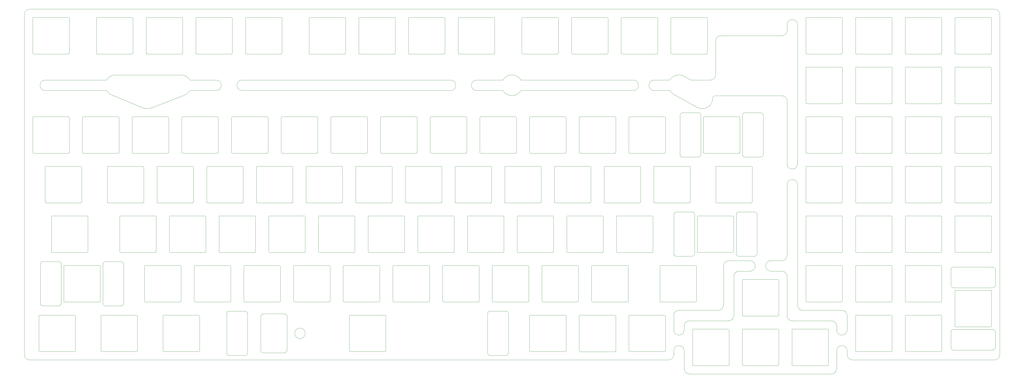
<source format=gbr>
G04 #@! TF.GenerationSoftware,KiCad,Pcbnew,(5.99.0-7511-ga134567838)*
G04 #@! TF.CreationDate,2021-01-29T23:33:35-08:00*
G04 #@! TF.ProjectId,GH80-1800_PlateV1.1,47483830-2d31-4383-9030-5f506c617465,rev?*
G04 #@! TF.SameCoordinates,Original*
G04 #@! TF.FileFunction,Profile,NP*
%FSLAX46Y46*%
G04 Gerber Fmt 4.6, Leading zero omitted, Abs format (unit mm)*
G04 Created by KiCad (PCBNEW (5.99.0-7511-ga134567838)) date 2021-01-29 23:33:35*
%MOMM*%
%LPD*%
G01*
G04 APERTURE LIST*
G04 #@! TA.AperFunction,Profile*
%ADD10C,0.000309*%
G04 #@! TD*
G04 APERTURE END LIST*
D10*
X351102994Y-73376215D02*
G75*
G02*
X350802995Y-73676214I-299999J0D01*
G01*
X337403472Y-73676215D02*
G75*
G02*
X337103472Y-73376215I0J300000D01*
G01*
X356452733Y-73675764D02*
X369852256Y-73675764D01*
X350802995Y-59676242D02*
X337403472Y-59676242D01*
X332053032Y-73376215D02*
G75*
G02*
X331753033Y-73676214I-299999J0D01*
G01*
X318053510Y-59976242D02*
X318053510Y-73376215D01*
X337103472Y-59976242D02*
X337103472Y-73376215D01*
X313003070Y-73376215D02*
G75*
G02*
X312703071Y-73676214I-299999J0D01*
G01*
X332053032Y-73376215D02*
X332053032Y-59976242D01*
X337103472Y-59976242D02*
G75*
G02*
X337403472Y-59676242I300000J0D01*
G01*
X299303548Y-73676214D02*
X312703071Y-73676214D01*
X350802995Y-59676243D02*
G75*
G02*
X351102994Y-59976242I0J-299999D01*
G01*
X312703071Y-59676243D02*
G75*
G02*
X313003070Y-59976242I0J-299999D01*
G01*
X312703071Y-59676242D02*
X299303548Y-59676242D01*
X369852256Y-59675792D02*
X356452733Y-59675792D01*
X370152255Y-73375765D02*
X370152255Y-59975791D01*
X313003070Y-73376215D02*
X313003070Y-59976242D01*
X356152733Y-59975791D02*
X356152733Y-73375765D01*
X351102994Y-73376215D02*
X351102994Y-59976242D01*
X318353510Y-73676214D02*
X331753033Y-73676214D01*
X299003548Y-59976242D02*
X299003548Y-73376215D01*
X356152734Y-59975791D02*
G75*
G02*
X356452733Y-59675792I299999J0D01*
G01*
X370152255Y-73375765D02*
G75*
G02*
X369852256Y-73675764I-299999J0D01*
G01*
X331753033Y-59676243D02*
G75*
G02*
X332053032Y-59976242I0J-299999D01*
G01*
X318353510Y-73676215D02*
G75*
G02*
X318053510Y-73376215I0J300000D01*
G01*
X337403472Y-73676214D02*
X350802995Y-73676214D01*
X331753033Y-59676242D02*
X318353510Y-59676242D01*
X369852256Y-59675792D02*
G75*
G02*
X370152255Y-59975791I0J-299999D01*
G01*
X356452733Y-73675765D02*
G75*
G02*
X356152733Y-73375765I0J300000D01*
G01*
X299303548Y-73676215D02*
G75*
G02*
X299003548Y-73376215I0J300000D01*
G01*
X299003548Y-59976242D02*
G75*
G02*
X299303548Y-59676242I300000J0D01*
G01*
X318053510Y-59976242D02*
G75*
G02*
X318353510Y-59676242I300000J0D01*
G01*
X299303548Y-54626252D02*
X312703071Y-54626252D01*
X313003070Y-54326253D02*
X313003070Y-40926280D01*
X318053510Y-40926280D02*
G75*
G02*
X318353510Y-40626280I300000J0D01*
G01*
X356154434Y-40926280D02*
X356154434Y-54326253D01*
X312703071Y-40626280D02*
X299303548Y-40626280D01*
X337403472Y-54626253D02*
G75*
G02*
X337103472Y-54326253I0J300000D01*
G01*
X299303548Y-54626253D02*
G75*
G02*
X299003548Y-54326253I0J300000D01*
G01*
X370153956Y-54326253D02*
G75*
G02*
X369853957Y-54626252I-299999J0D01*
G01*
X370153956Y-54326253D02*
X370153956Y-40926280D01*
X299003548Y-40926280D02*
G75*
G02*
X299303548Y-40626280I300000J0D01*
G01*
X337403472Y-54626252D02*
X350802995Y-54626252D01*
X356454434Y-54626253D02*
G75*
G02*
X356154434Y-54326253I0J300000D01*
G01*
X351102994Y-54326253D02*
X351102994Y-40926280D01*
X331753033Y-40626280D02*
X318353510Y-40626280D01*
X351102994Y-54326253D02*
G75*
G02*
X350802995Y-54626252I-299999J0D01*
G01*
X312703071Y-40626281D02*
G75*
G02*
X313003070Y-40926280I0J-299999D01*
G01*
X356154434Y-40926280D02*
G75*
G02*
X356454434Y-40626280I300000J0D01*
G01*
X318053510Y-40926280D02*
X318053510Y-54326253D01*
X331753033Y-40626281D02*
G75*
G02*
X332053032Y-40926280I0J-299999D01*
G01*
X356454434Y-54626252D02*
X369853957Y-54626252D01*
X313003070Y-54326253D02*
G75*
G02*
X312703071Y-54626252I-299999J0D01*
G01*
X337103472Y-40926280D02*
G75*
G02*
X337403472Y-40626280I300000J0D01*
G01*
X369853957Y-40626281D02*
G75*
G02*
X370153956Y-40926280I0J-299999D01*
G01*
X299003548Y-40926280D02*
X299003548Y-54326253D01*
X332053032Y-54326253D02*
X332053032Y-40926280D01*
X318353510Y-54626253D02*
G75*
G02*
X318053510Y-54326253I0J300000D01*
G01*
X332053032Y-54326253D02*
G75*
G02*
X331753033Y-54626252I-299999J0D01*
G01*
X369853957Y-40626280D02*
X356454434Y-40626280D01*
X350802995Y-40626280D02*
X337403472Y-40626280D01*
X350802995Y-40626281D02*
G75*
G02*
X351102994Y-40926280I0J-299999D01*
G01*
X318353510Y-54626252D02*
X331753033Y-54626252D01*
X337103472Y-40926280D02*
X337103472Y-54326253D01*
X369853957Y-2526556D02*
X356454434Y-2526556D01*
X356154434Y-2826556D02*
G75*
G02*
X356454434Y-2526556I300000J0D01*
G01*
X318053510Y-2826556D02*
X318053510Y-16226529D01*
X356454434Y-35576490D02*
X369853957Y-35576490D01*
X337403472Y-35576490D02*
X350802995Y-35576490D01*
X351102994Y-16226529D02*
X351102994Y-2826556D01*
X318353510Y-16526529D02*
G75*
G02*
X318053510Y-16226529I0J300000D01*
G01*
X332053032Y-16226529D02*
X332053032Y-2826556D01*
X350802995Y-2526556D02*
X337403472Y-2526556D01*
X331753033Y-2526556D02*
X318353510Y-2526556D01*
X313003070Y-16226529D02*
X313003070Y-2826556D01*
X299003548Y-21876518D02*
X299003548Y-35276491D01*
X351102994Y-16226529D02*
G75*
G02*
X350802995Y-16526528I-299999J0D01*
G01*
X312703071Y-2526556D02*
X299303548Y-2526556D01*
X356454434Y-16526529D02*
G75*
G02*
X356154434Y-16226529I0J300000D01*
G01*
X318053510Y-21876518D02*
G75*
G02*
X318353510Y-21576518I300000J0D01*
G01*
X312703071Y-2526557D02*
G75*
G02*
X313003070Y-2826556I0J-299999D01*
G01*
X331753033Y-2526557D02*
G75*
G02*
X332053032Y-2826556I0J-299999D01*
G01*
X337103472Y-21876518D02*
G75*
G02*
X337403472Y-21576518I300000J0D01*
G01*
X369853957Y-21576518D02*
X356454434Y-21576518D01*
X299303548Y-16526528D02*
X312703071Y-16526528D01*
X331753033Y-21576518D02*
X318353510Y-21576518D01*
X370153956Y-16226529D02*
G75*
G02*
X369853957Y-16526528I-299999J0D01*
G01*
X312703071Y-21576518D02*
X299303548Y-21576518D01*
X299303548Y-35576491D02*
G75*
G02*
X299003548Y-35276491I0J300000D01*
G01*
X332053032Y-16226529D02*
G75*
G02*
X331753033Y-16526528I-299999J0D01*
G01*
X337403472Y-35576491D02*
G75*
G02*
X337103472Y-35276491I0J300000D01*
G01*
X332053032Y-35276491D02*
G75*
G02*
X331753033Y-35576490I-299999J0D01*
G01*
X299003548Y-2826556D02*
X299003548Y-16226529D01*
X313003070Y-16226529D02*
G75*
G02*
X312703071Y-16526528I-299999J0D01*
G01*
X299003548Y-2826556D02*
G75*
G02*
X299303548Y-2526556I300000J0D01*
G01*
X337403472Y-16526529D02*
G75*
G02*
X337103472Y-16226529I0J300000D01*
G01*
X313003070Y-35276491D02*
X313003070Y-21876518D01*
X318353510Y-35576490D02*
X331753033Y-35576490D01*
X331753033Y-21576519D02*
G75*
G02*
X332053032Y-21876518I0J-299999D01*
G01*
X356454434Y-35576491D02*
G75*
G02*
X356154434Y-35276491I0J300000D01*
G01*
X313003070Y-35276491D02*
G75*
G02*
X312703071Y-35576490I-299999J0D01*
G01*
X337103472Y-21876518D02*
X337103472Y-35276491D01*
X332053032Y-35276491D02*
X332053032Y-21876518D01*
X351102994Y-35276491D02*
X351102994Y-21876518D01*
X356154434Y-21876518D02*
G75*
G02*
X356454434Y-21576518I300000J0D01*
G01*
X370153956Y-35276491D02*
X370153956Y-21876518D01*
X350802995Y-2526557D02*
G75*
G02*
X351102994Y-2826556I0J-299999D01*
G01*
X370153956Y-35276491D02*
G75*
G02*
X369853957Y-35576490I-299999J0D01*
G01*
X299303548Y-35576490D02*
X312703071Y-35576490D01*
X312703071Y-21576519D02*
G75*
G02*
X313003070Y-21876518I0J-299999D01*
G01*
X318053510Y-2826556D02*
G75*
G02*
X318353510Y-2526556I300000J0D01*
G01*
X337103472Y-2826556D02*
X337103472Y-16226529D01*
X369853957Y-21576519D02*
G75*
G02*
X370153956Y-21876518I0J-299999D01*
G01*
X350802995Y-21576518D02*
X337403472Y-21576518D01*
X370153956Y-16226529D02*
X370153956Y-2826556D01*
X318353510Y-35576491D02*
G75*
G02*
X318053510Y-35276491I0J300000D01*
G01*
X356454434Y-16526528D02*
X369853957Y-16526528D01*
X318353510Y-16526528D02*
X331753033Y-16526528D01*
X369853957Y-2526557D02*
G75*
G02*
X370153956Y-2826556I0J-299999D01*
G01*
X299003548Y-21876518D02*
G75*
G02*
X299303548Y-21576518I300000J0D01*
G01*
X299303548Y-16526529D02*
G75*
G02*
X299003548Y-16226529I0J300000D01*
G01*
X356154434Y-21876518D02*
X356154434Y-35276491D01*
X351102994Y-35276491D02*
G75*
G02*
X350802995Y-35576490I-299999J0D01*
G01*
X350802995Y-21576519D02*
G75*
G02*
X351102994Y-21876518I0J-299999D01*
G01*
X356154434Y-2826556D02*
X356154434Y-16226529D01*
X318053510Y-21876518D02*
X318053510Y-35276491D01*
X337403472Y-16526528D02*
X350802995Y-16526528D01*
X337103472Y-2826556D02*
G75*
G02*
X337403472Y-2526556I300000J0D01*
G01*
X370152956Y-92424727D02*
G75*
G02*
X369852957Y-92724726I-299999J0D01*
G01*
X351102994Y-92426177D02*
X351102994Y-79026203D01*
X356453434Y-92724726D02*
X369852957Y-92724726D01*
X313003070Y-92426177D02*
G75*
G02*
X312703071Y-92726176I-299999J0D01*
G01*
X356453434Y-92724727D02*
G75*
G02*
X356153434Y-92424727I0J300000D01*
G01*
X313003070Y-92426177D02*
X313003070Y-79026203D01*
X356153435Y-79024753D02*
G75*
G02*
X356453434Y-78724754I299999J0D01*
G01*
X299303548Y-92726177D02*
G75*
G02*
X299003548Y-92426177I0J300000D01*
G01*
X337403472Y-92726177D02*
G75*
G02*
X337103472Y-92426177I0J300000D01*
G01*
X299003549Y-79026203D02*
G75*
G02*
X299303548Y-78726204I299999J0D01*
G01*
X337403472Y-92726176D02*
X350802995Y-92726176D01*
X331753033Y-78726204D02*
X318353510Y-78726204D01*
X312703071Y-78726204D02*
X299303548Y-78726204D01*
X318053511Y-79026203D02*
G75*
G02*
X318353510Y-78726204I299999J0D01*
G01*
X369852957Y-78724754D02*
X356453434Y-78724754D01*
X332053032Y-92426177D02*
X332053032Y-79026203D01*
X299003548Y-79026203D02*
X299003548Y-92426177D01*
X318053510Y-79026203D02*
X318053510Y-92426177D01*
X370152956Y-92424727D02*
X370152956Y-79024753D01*
X318353510Y-92726177D02*
G75*
G02*
X318053510Y-92426177I0J300000D01*
G01*
X337103473Y-79026203D02*
G75*
G02*
X337403472Y-78726204I299999J0D01*
G01*
X350802995Y-78726204D02*
G75*
G02*
X351102994Y-79026203I0J-299999D01*
G01*
X369852957Y-78724754D02*
G75*
G02*
X370152956Y-79024753I0J-299999D01*
G01*
X312703071Y-78726204D02*
G75*
G02*
X313003070Y-79026203I0J-299999D01*
G01*
X337103472Y-79026203D02*
X337103472Y-92426177D01*
X299303548Y-92726176D02*
X312703071Y-92726176D01*
X356153434Y-79024753D02*
X356153434Y-92424727D01*
X350802995Y-78726204D02*
X337403472Y-78726204D01*
X332053032Y-92426177D02*
G75*
G02*
X331753033Y-92726176I-299999J0D01*
G01*
X331753033Y-78726204D02*
G75*
G02*
X332053032Y-79026203I0J-299999D01*
G01*
X351102994Y-92426177D02*
G75*
G02*
X350802995Y-92726176I-299999J0D01*
G01*
X318353510Y-92726176D02*
X331753033Y-92726176D01*
X154338888Y-97775366D02*
X140939365Y-97775366D01*
X9672477Y-79026203D02*
X9672477Y-92426176D01*
X254652637Y-73376215D02*
G75*
G02*
X254352638Y-73676214I-299999J0D01*
G01*
X274679689Y-40125931D02*
G75*
G02*
X275679687Y-39125933I999998J0D01*
G01*
X130826435Y-54326253D02*
X130826435Y-40926280D01*
X240063166Y-78726203D02*
G75*
G02*
X240363166Y-79026203I0J-300000D01*
G01*
X28134515Y-97774466D02*
X14734992Y-97774466D01*
X130526435Y-40626280D02*
X117126912Y-40626280D01*
X159991327Y-111775339D02*
G75*
G02*
X159691327Y-111475339I0J300000D01*
G01*
X247215652Y-2826556D02*
X247215652Y-16226529D01*
X160303376Y-2526557D02*
G75*
G02*
X160603375Y-2826556I0J-299999D01*
G01*
X112064722Y-79026203D02*
X112064722Y-92426177D01*
X230838485Y-111475339D02*
X230838485Y-98075365D01*
X78740739Y-2526556D02*
X65341216Y-2526556D01*
X202851491Y-73676215D02*
G75*
G02*
X202551491Y-73376215I0J300000D01*
G01*
X273402837Y-40626585D02*
G75*
G02*
X273702836Y-40926584I0J-299999D01*
G01*
X249351937Y-94224573D02*
X255351941Y-94224573D01*
X91003390Y-131325359D02*
G75*
G02*
X90003392Y-130325361I0J999998D01*
G01*
X16228314Y-2526556D02*
X2828791Y-2526556D01*
X173977949Y-40926280D02*
X173977949Y-54326253D01*
X188265420Y-79026203D02*
G75*
G02*
X188565419Y-78726204I299999J0D01*
G01*
X159103378Y-59676242D02*
X145703855Y-59676242D01*
X83898316Y-115326751D02*
G75*
G02*
X84898314Y-116326749I0J-999998D01*
G01*
X256734183Y-97775366D02*
X243334660Y-97775366D01*
X206726033Y-40626280D02*
X193326510Y-40626280D01*
X164165868Y-92426177D02*
G75*
G02*
X163865869Y-92726176I-299999J0D01*
G01*
X102541142Y-98075365D02*
G75*
G02*
X102841141Y-97775366I299999J0D01*
G01*
X231128134Y-40926280D02*
G75*
G02*
X231428134Y-40626280I300000J0D01*
G01*
X274679689Y-40125931D02*
X274676939Y-55124101D01*
X140051416Y-59676242D02*
X126651893Y-59676242D01*
X174277948Y-54626252D02*
X187677471Y-54626252D01*
X249351937Y-94224573D02*
G75*
G02*
X248351939Y-93224575I0J999998D01*
G01*
X235600675Y-73376215D02*
G75*
G02*
X235300676Y-73676214I-299999J0D01*
G01*
X140351415Y-73376215D02*
G75*
G02*
X140051416Y-73676214I-299999J0D01*
G01*
X37426939Y-112273537D02*
X37429689Y-97275367D01*
X164752967Y-73676214D02*
G75*
G02*
X164452968Y-73376215I0J299999D01*
G01*
X108503929Y-2826556D02*
G75*
G02*
X108803929Y-2526556I300000J0D01*
G01*
X275676937Y-56124099D02*
X281676941Y-56124099D01*
X223115250Y-16226529D02*
X223115250Y-2826556D01*
X84091178Y-2826556D02*
G75*
G02*
X84391178Y-2526556I300000J0D01*
G01*
X131414384Y-92726177D02*
G75*
G02*
X131114384Y-92426177I0J300000D01*
G01*
X28978313Y-130825360D02*
X42377836Y-130825360D01*
X135589225Y-111475339D02*
G75*
G02*
X135289226Y-111775338I-299999J0D01*
G01*
X183214980Y-92426177D02*
G75*
G02*
X182914981Y-92726176I-299999J0D01*
G01*
X121589703Y-98075365D02*
X121589703Y-111475339D01*
X207313982Y-79026203D02*
G75*
G02*
X207613981Y-78726204I299999J0D01*
G01*
X235300676Y-59676242D02*
X221901153Y-59676242D01*
X255354691Y-77226407D02*
X249354687Y-77226407D01*
X108503929Y-2826556D02*
X108503929Y-16226529D01*
X140639365Y-98075365D02*
X140639365Y-111475339D01*
X117126912Y-54626252D02*
G75*
G02*
X116826913Y-54326253I0J299999D01*
G01*
X245127656Y-130525361D02*
G75*
G02*
X244827657Y-130825360I-299999J0D01*
G01*
X226077835Y-130526531D02*
G75*
G02*
X225777836Y-130826530I-299999J0D01*
G01*
X83791179Y-111775338D02*
G75*
G02*
X83491180Y-111475339I0J299999D01*
G01*
X27241292Y-16526528D02*
G75*
G02*
X26941293Y-16226529I0J299999D01*
G01*
X68915759Y-92426177D02*
X68915759Y-79026203D01*
X198090400Y-111775338D02*
X211489924Y-111775338D01*
X209415728Y-16526528D02*
X222815251Y-16526528D01*
X112064723Y-79026203D02*
G75*
G02*
X112364722Y-78726204I299999J0D01*
G01*
X193328760Y-130825360D02*
G75*
G02*
X193028761Y-130525361I0J299999D01*
G01*
X140939365Y-111775339D02*
G75*
G02*
X140639365Y-111475339I0J300000D01*
G01*
X69203707Y-59976242D02*
G75*
G02*
X69503707Y-59676242I300000J0D01*
G01*
X193026510Y-40926280D02*
G75*
G02*
X193326510Y-40626280I300000J0D01*
G01*
X29429689Y-97275367D02*
G75*
G02*
X30429687Y-96275369I999998J0D01*
G01*
X206726033Y-40626281D02*
G75*
G02*
X207026032Y-40926280I0J-299999D01*
G01*
X216251014Y-59676242D02*
X202851491Y-59676242D01*
X125764245Y-78726204D02*
X112364722Y-78726204D01*
X273402837Y-40626584D02*
X260003314Y-40626584D01*
X92728211Y-54326253D02*
G75*
G02*
X92428212Y-54626252I-299999J0D01*
G01*
X226075694Y-54326253D02*
X226075694Y-40926280D01*
X187677471Y-40626280D02*
X174277948Y-40626280D01*
X102841141Y-111775338D02*
X116240664Y-111775338D01*
X40640815Y-2526556D02*
X27241292Y-2526556D01*
X65341216Y-16526529D02*
G75*
G02*
X65041216Y-16226529I0J300000D01*
G01*
X179653337Y-16226529D02*
G75*
G02*
X179353338Y-16526528I-299999J0D01*
G01*
X31103784Y-59976242D02*
X31103784Y-73376215D01*
X201964943Y-78726204D02*
G75*
G02*
X202264942Y-79026203I0J-299999D01*
G01*
X260915175Y-2526556D02*
X247515651Y-2526556D01*
X65041216Y-2826556D02*
G75*
G02*
X65341216Y-2526556I300000J0D01*
G01*
X87665721Y-78726204D02*
X74266198Y-78726204D01*
X264464067Y-59976242D02*
G75*
G02*
X264764067Y-59676242I300000J0D01*
G01*
X257729691Y-39125933D02*
G75*
G02*
X258729689Y-40125931I0J-999998D01*
G01*
X23671999Y-92426176D02*
G75*
G02*
X23372000Y-92726175I-299999J0D01*
G01*
X121889703Y-111775339D02*
G75*
G02*
X121589703Y-111475339I0J300000D01*
G01*
X124228552Y-130824671D02*
G75*
G02*
X123928552Y-130524671I0J300000D01*
G01*
X83491180Y-98075365D02*
G75*
G02*
X83791179Y-97775366I299999J0D01*
G01*
X122503451Y-16226529D02*
X122503451Y-2826556D01*
X244827657Y-40626281D02*
G75*
G02*
X245127656Y-40926280I0J-299999D01*
G01*
X92428212Y-40626281D02*
G75*
G02*
X92728211Y-40926280I0J-299999D01*
G01*
X273301937Y-94225640D02*
X279301941Y-94225640D01*
X197202452Y-59676242D02*
X183802929Y-59676242D01*
X165953815Y-16526528D02*
X179353338Y-16526528D01*
X40628765Y-40926280D02*
G75*
G02*
X40928765Y-40626280I300000J0D01*
G01*
X29429689Y-97275367D02*
X29426939Y-112273537D01*
X228165690Y-2826556D02*
X228165690Y-16226529D01*
X212376172Y-54626253D02*
G75*
G02*
X212076172Y-54326253I0J300000D01*
G01*
X122203452Y-2526556D02*
X108803929Y-2526556D01*
X178740439Y-98075365D02*
X178740439Y-111475339D01*
X126064244Y-92426177D02*
X126064244Y-79026203D01*
X230538485Y-97775366D02*
X217138962Y-97775366D01*
X106715683Y-78726204D02*
X93316160Y-78726204D01*
X131114385Y-79026203D02*
G75*
G02*
X131414384Y-78726204I299999J0D01*
G01*
X4878314Y-117125387D02*
G75*
G02*
X5178313Y-116825388I299999J0D01*
G01*
X92428212Y-40626280D02*
X79028688Y-40626280D01*
X260003314Y-54626557D02*
G75*
G02*
X259703314Y-54326557I0J300000D01*
G01*
X20990815Y-59676242D02*
X7591291Y-59676242D01*
X212376172Y-54626252D02*
X225775695Y-54626252D01*
X150166347Y-79026203D02*
G75*
G02*
X150466346Y-78726204I299999J0D01*
G01*
X177955562Y-132319723D02*
X183955566Y-132319723D01*
X79028688Y-54626252D02*
X92428212Y-54626252D01*
X116826913Y-40926280D02*
X116826913Y-54326253D01*
X259703314Y-40926584D02*
X259703314Y-54326557D01*
X154638887Y-111475339D02*
G75*
G02*
X154338888Y-111775338I-299999J0D01*
G01*
X183802929Y-73676214D02*
X197202452Y-73676214D01*
X88553669Y-73676214D02*
G75*
G02*
X88253670Y-73376215I0J299999D01*
G01*
X44803307Y-59676243D02*
G75*
G02*
X45103306Y-59976242I0J-299999D01*
G01*
X84391178Y-16526528D02*
X97790701Y-16526528D01*
X193028761Y-117125387D02*
G75*
G02*
X193328760Y-116825388I299999J0D01*
G01*
X64741217Y-111775338D02*
G75*
G02*
X64441218Y-111475339I0J299999D01*
G01*
X149878397Y-54326253D02*
X149878397Y-40926280D01*
X28434515Y-111474439D02*
X28434515Y-98074465D01*
X155227986Y-54626252D02*
X168627509Y-54626252D01*
X183214980Y-92426177D02*
X183214980Y-79026203D01*
X88553669Y-73676214D02*
X101953193Y-73676214D01*
X54628287Y-54326253D02*
G75*
G02*
X54328288Y-54626252I-299999J0D01*
G01*
X52798313Y-130821543D02*
X66197836Y-130821543D01*
X168927508Y-54326253D02*
G75*
G02*
X168627509Y-54626252I-299999J0D01*
G01*
X50153746Y-59976242D02*
X50153746Y-73376215D01*
X271321753Y-92425477D02*
G75*
G02*
X271021754Y-92725476I-299999J0D01*
G01*
X207028283Y-130525361D02*
X207028283Y-117125387D01*
X78140740Y-97775366D02*
X64741217Y-97775366D01*
X130526435Y-40626280D02*
G75*
G02*
X130826435Y-40926280I0J-300000D01*
G01*
X149578397Y-40626280D02*
G75*
G02*
X149878397Y-40926280I0J-300000D01*
G01*
X197790401Y-98075365D02*
G75*
G02*
X198090400Y-97775366I299999J0D01*
G01*
X84895564Y-131324919D02*
G75*
G02*
X83895566Y-132324917I-999998J0D01*
G01*
X278163590Y-59676242D02*
G75*
G02*
X278463590Y-59976242I0J-300000D01*
G01*
X204065288Y-16226529D02*
X204065288Y-2826556D01*
X264764067Y-73676214D02*
X278163590Y-73676214D01*
X50453746Y-73676215D02*
G75*
G02*
X50153746Y-73376215I0J300000D01*
G01*
X98090700Y-16226529D02*
X98090700Y-2826556D01*
X221601153Y-59976242D02*
X221601153Y-73376215D01*
X192439962Y-97775366D02*
G75*
G02*
X192739961Y-98075365I0J-299999D01*
G01*
X168627509Y-40626280D02*
X155227986Y-40626280D01*
X98090700Y-16226529D02*
G75*
G02*
X97790701Y-16526528I-299999J0D01*
G01*
X228465690Y-16526529D02*
G75*
G02*
X228165690Y-16226529I0J300000D01*
G01*
X54328288Y-40626281D02*
G75*
G02*
X54628287Y-40926280I0J-299999D01*
G01*
X102253192Y-73376215D02*
G75*
G02*
X101953193Y-73676214I-299999J0D01*
G01*
X193326510Y-54626252D02*
X206726033Y-54626252D01*
X100003372Y-117325387D02*
X100003372Y-130325361D01*
X145403855Y-59976242D02*
G75*
G02*
X145703855Y-59676242I300000J0D01*
G01*
X107015682Y-92426177D02*
G75*
G02*
X106715683Y-92726176I-299999J0D01*
G01*
X74266198Y-92726176D02*
X87665721Y-92726176D01*
X108803929Y-16526529D02*
G75*
G02*
X108503929Y-16226529I0J300000D01*
G01*
X163865869Y-78726204D02*
G75*
G02*
X164165868Y-79026203I0J-299999D01*
G01*
X49565797Y-78726204D02*
X36166274Y-78726204D01*
X141253414Y-2526556D02*
X127853891Y-2526556D01*
X64153268Y-73376215D02*
G75*
G02*
X63853269Y-73676214I-299999J0D01*
G01*
X211489924Y-97775366D02*
G75*
G02*
X211789923Y-98075365I0J-299999D01*
G01*
X165953815Y-16526529D02*
G75*
G02*
X165653815Y-16226529I0J300000D01*
G01*
X45991255Y-2826556D02*
X45991255Y-16226529D01*
X168627509Y-40626280D02*
G75*
G02*
X168927509Y-40926280I0J-300000D01*
G01*
X83898316Y-115326751D02*
X77898312Y-115326751D01*
X52498314Y-117121570D02*
G75*
G02*
X52798313Y-116821571I299999J0D01*
G01*
X222815251Y-2526557D02*
G75*
G02*
X223115250Y-2826556I0J-299999D01*
G01*
X97190702Y-97775365D02*
G75*
G02*
X97490702Y-98075365I0J-300000D01*
G01*
X64441218Y-98075365D02*
X64441218Y-111475339D01*
X174277948Y-54626252D02*
G75*
G02*
X173977949Y-54326253I0J299999D01*
G01*
X257622231Y-92725476D02*
X271021754Y-92725476D01*
X136178874Y-54626252D02*
G75*
G02*
X135878875Y-54326253I0J299999D01*
G01*
X221901153Y-73676214D02*
X235300676Y-73676214D01*
X82903231Y-59676243D02*
G75*
G02*
X83203230Y-59976242I0J-299999D01*
G01*
X179353338Y-2526556D02*
X165953815Y-2526556D01*
X204065288Y-16226529D02*
G75*
G02*
X203765289Y-16526528I-299999J0D01*
G01*
X144813907Y-78726204D02*
G75*
G02*
X145113906Y-79026203I0J-299999D01*
G01*
X173390850Y-97775366D02*
X159991327Y-97775366D01*
X137928074Y-130524671D02*
X137928074Y-117124697D01*
X160603375Y-16226529D02*
G75*
G02*
X160303376Y-16526528I-299999J0D01*
G01*
X45691255Y-111775338D02*
G75*
G02*
X45391256Y-111475339I0J299999D01*
G01*
X5454689Y-97275367D02*
G75*
G02*
X6454687Y-96275369I999998J0D01*
G01*
X54328288Y-40626280D02*
X40928765Y-40626280D01*
X207613981Y-92726176D02*
G75*
G02*
X207313982Y-92426177I0J299999D01*
G01*
X49865797Y-92426177D02*
X49865797Y-79026203D01*
X240953115Y-73676214D02*
X254352638Y-73676214D01*
X179040438Y-111775338D02*
G75*
G02*
X178740439Y-111475339I0J299999D01*
G01*
X245127656Y-54326253D02*
X245127656Y-40926280D01*
X193026510Y-40926280D02*
X193026510Y-54326253D01*
X247215651Y-2826556D02*
G75*
G02*
X247515651Y-2526556I300000J0D01*
G01*
X240953115Y-73676215D02*
G75*
G02*
X240653115Y-73376215I0J300000D01*
G01*
X273702836Y-54326557D02*
X273702836Y-40926584D01*
X42377836Y-116825387D02*
G75*
G02*
X42677836Y-117125387I0J-300000D01*
G01*
X4878314Y-117125387D02*
X4878314Y-130525361D01*
X66197836Y-116821570D02*
G75*
G02*
X66497836Y-117121570I0J-300000D01*
G01*
X6451937Y-113273535D02*
X12451941Y-113273535D01*
X130826434Y-54326253D02*
G75*
G02*
X130526435Y-54626252I-299999J0D01*
G01*
X69503707Y-73676214D02*
G75*
G02*
X69203708Y-73376215I0J299999D01*
G01*
X187977471Y-54326253D02*
X187977471Y-40926280D01*
X250729689Y-40125931D02*
G75*
G02*
X251729687Y-39125933I999998J0D01*
G01*
X159691327Y-98075365D02*
X159691327Y-111475339D01*
X42377836Y-116825388D02*
X28978313Y-116825388D01*
X35278326Y-40626280D02*
X21878803Y-40626280D01*
X247515651Y-16526528D02*
G75*
G02*
X247215652Y-16226529I0J299999D01*
G01*
X243034660Y-98075365D02*
X243034660Y-111475339D01*
X260915175Y-2526557D02*
G75*
G02*
X261215174Y-2826556I0J-299999D01*
G01*
X255354691Y-77226407D02*
G75*
G02*
X256354689Y-78226405I0J-999998D01*
G01*
X106715683Y-78726204D02*
G75*
G02*
X107015682Y-79026203I0J-299999D01*
G01*
X216251014Y-59676243D02*
G75*
G02*
X216551013Y-59976242I0J-299999D01*
G01*
X216838963Y-98075365D02*
X216838963Y-111475339D01*
X231428134Y-54626253D02*
G75*
G02*
X231128134Y-54326253I0J300000D01*
G01*
X54628287Y-54326253D02*
X54628287Y-40926280D01*
X243334660Y-111775339D02*
G75*
G02*
X243034660Y-111475339I0J300000D01*
G01*
X183802929Y-73676214D02*
G75*
G02*
X183502930Y-73376215I0J299999D01*
G01*
X121001755Y-59676242D02*
X107602231Y-59676242D01*
X2528791Y-2826556D02*
X2528791Y-16226529D01*
X23372000Y-78726204D02*
G75*
G02*
X23671999Y-79026203I0J-299999D01*
G01*
X140939365Y-111775338D02*
X154338888Y-111775338D01*
X137628075Y-116824698D02*
X124228552Y-116824698D01*
X93316160Y-92726177D02*
G75*
G02*
X93016160Y-92426177I0J300000D01*
G01*
X197502452Y-73376215D02*
X197502452Y-59976242D01*
X98077250Y-54626252D02*
G75*
G02*
X97777251Y-54326253I0J299999D01*
G01*
X5454689Y-97275367D02*
X5451939Y-112273537D01*
X212378313Y-130826530D02*
G75*
G02*
X212078314Y-130526531I0J299999D01*
G01*
X78728689Y-40926280D02*
X78728689Y-54326253D01*
X149878396Y-54326253D02*
G75*
G02*
X149578397Y-54626252I-299999J0D01*
G01*
X242165212Y-16226529D02*
G75*
G02*
X241865213Y-16526528I-299999J0D01*
G01*
X256351939Y-93224575D02*
G75*
G02*
X255351941Y-94224573I-999998J0D01*
G01*
X165653815Y-2826556D02*
G75*
G02*
X165953815Y-2526556I300000J0D01*
G01*
X125764245Y-78726204D02*
G75*
G02*
X126064244Y-79026203I0J-299999D01*
G01*
X173690849Y-111475339D02*
G75*
G02*
X173390850Y-111775338I-299999J0D01*
G01*
X179040438Y-111775338D02*
X192439962Y-111775338D01*
X28978313Y-130825360D02*
G75*
G02*
X28678314Y-130525361I0J299999D01*
G01*
X250729689Y-40125931D02*
X250726939Y-55124101D01*
X160603375Y-16226529D02*
X160603375Y-2826556D01*
X12454691Y-96275369D02*
G75*
G02*
X13454689Y-97275367I0J-999998D01*
G01*
X203765289Y-2526556D02*
X190365766Y-2526556D01*
X121889703Y-111775338D02*
X135289226Y-111775338D01*
X44803307Y-59676242D02*
X31403784Y-59676242D01*
X226363644Y-79026203D02*
G75*
G02*
X226663643Y-78726204I299999J0D01*
G01*
X202551491Y-59976242D02*
X202551491Y-73376215D01*
X88253669Y-59976242D02*
G75*
G02*
X88553669Y-59676242I300000J0D01*
G01*
X145403856Y-59976242D02*
X145403856Y-73376215D01*
X190365766Y-16526528D02*
X203765289Y-16526528D01*
X203765289Y-2526557D02*
G75*
G02*
X204065288Y-2826556I0J-299999D01*
G01*
X182914981Y-78726204D02*
G75*
G02*
X183214980Y-79026203I0J-299999D01*
G01*
X40640815Y-2526556D02*
G75*
G02*
X40940815Y-2826556I0J-300000D01*
G01*
X241865213Y-2526557D02*
G75*
G02*
X242165212Y-2826556I0J-299999D01*
G01*
X16228314Y-2526557D02*
G75*
G02*
X16528313Y-2826556I0J-299999D01*
G01*
X36429691Y-96275369D02*
X30429687Y-96275369D01*
X193028761Y-117125387D02*
X193028761Y-130525361D01*
X164452967Y-59976242D02*
G75*
G02*
X164752967Y-59676242I300000J0D01*
G01*
X257322232Y-79025503D02*
G75*
G02*
X257622231Y-78725504I299999J0D01*
G01*
X13451939Y-112273537D02*
X13454689Y-97275367D01*
X173977948Y-40926280D02*
G75*
G02*
X174277948Y-40626280I300000J0D01*
G01*
X202551491Y-59976242D02*
G75*
G02*
X202851491Y-59676242I300000J0D01*
G01*
X201964943Y-78726204D02*
X188565419Y-78726204D01*
X209115728Y-2826556D02*
G75*
G02*
X209415728Y-2526556I300000J0D01*
G01*
X137628075Y-116824698D02*
G75*
G02*
X137928074Y-117124697I0J-299999D01*
G01*
X107015682Y-92426177D02*
X107015682Y-79026203D01*
X235600675Y-73376215D02*
X235600675Y-59976242D01*
X79028688Y-54626252D02*
G75*
G02*
X78728689Y-54326253I0J299999D01*
G01*
X49565797Y-78726203D02*
G75*
G02*
X49865797Y-79026203I0J-300000D01*
G01*
X59990777Y-16226529D02*
X59990777Y-2826556D01*
X216838963Y-98075365D02*
G75*
G02*
X217138962Y-97775366I299999J0D01*
G01*
X184955564Y-131319725D02*
X184958314Y-116321555D01*
X100003372Y-130325361D02*
G75*
G02*
X99003374Y-131325359I-999998J0D01*
G01*
X202851491Y-73676214D02*
X216251014Y-73676214D01*
X107302231Y-59976242D02*
G75*
G02*
X107602231Y-59676242I300000J0D01*
G01*
X82903231Y-59676242D02*
X69503707Y-59676242D01*
X97777250Y-40926280D02*
G75*
G02*
X98077250Y-40626280I300000J0D01*
G01*
X190065766Y-2826556D02*
G75*
G02*
X190365766Y-2526556I300000J0D01*
G01*
X207313982Y-79026203D02*
X207313982Y-92426177D01*
X197790401Y-98075365D02*
X197790401Y-111475339D01*
X169215458Y-79026203D02*
X169215458Y-92426177D01*
X257729691Y-39125933D02*
X251729687Y-39125933D01*
X45391256Y-98075365D02*
X45391256Y-111475339D01*
X159403378Y-73376215D02*
X159403378Y-59976242D01*
X146603853Y-2826556D02*
X146603853Y-16226529D01*
X230538485Y-97775365D02*
G75*
G02*
X230838485Y-98075365I0J-300000D01*
G01*
X244827657Y-40626280D02*
X231428134Y-40626280D01*
X73378250Y-40626281D02*
G75*
G02*
X73678249Y-40926280I0J-299999D01*
G01*
X111776773Y-54326253D02*
X111776773Y-40926280D01*
X184955564Y-131319725D02*
G75*
G02*
X183955566Y-132319723I-999998J0D01*
G01*
X77895562Y-132324917D02*
X83895566Y-132324917D01*
X240363165Y-92426177D02*
G75*
G02*
X240063166Y-92726176I-299999J0D01*
G01*
X126651893Y-73676214D02*
G75*
G02*
X126351894Y-73376215I0J299999D01*
G01*
X248354689Y-78226405D02*
G75*
G02*
X249354687Y-77226407I999998J0D01*
G01*
X111476774Y-40626281D02*
G75*
G02*
X111776773Y-40926280I0J-299999D01*
G01*
X42677836Y-130525361D02*
X42677836Y-117125387D01*
X273702836Y-54326557D02*
G75*
G02*
X273402837Y-54626556I-299999J0D01*
G01*
X83203230Y-73376215D02*
X83203230Y-59976242D01*
X275676937Y-56124099D02*
G75*
G02*
X274676939Y-55124101I0J999998D01*
G01*
X7591291Y-73676214D02*
G75*
G02*
X7291292Y-73376215I0J299999D01*
G01*
X173690849Y-111475339D02*
X173690849Y-98075365D01*
X190365766Y-16526529D02*
G75*
G02*
X190065766Y-16226529I0J300000D01*
G01*
X197502451Y-73376215D02*
G75*
G02*
X197202452Y-73676214I-299999J0D01*
G01*
X211789923Y-111475339D02*
G75*
G02*
X211489924Y-111775338I-299999J0D01*
G01*
X145113906Y-92426177D02*
G75*
G02*
X144813907Y-92726176I-299999J0D01*
G01*
X183502930Y-59976242D02*
X183502930Y-73376215D01*
X140639366Y-98075365D02*
G75*
G02*
X140939365Y-97775366I299999J0D01*
G01*
X97490701Y-111475339D02*
G75*
G02*
X97190702Y-111775338I-299999J0D01*
G01*
X141553413Y-16226529D02*
G75*
G02*
X141253414Y-16526528I-299999J0D01*
G01*
X116540663Y-111475339D02*
G75*
G02*
X116240664Y-111775338I-299999J0D01*
G01*
X76898314Y-116326749D02*
X76895564Y-131324919D01*
X216551013Y-73376215D02*
X216551013Y-59976242D01*
X7291291Y-59976242D02*
G75*
G02*
X7591291Y-59676242I300000J0D01*
G01*
X154927986Y-40926280D02*
G75*
G02*
X155227986Y-40626280I300000J0D01*
G01*
X2828791Y-54626252D02*
X16228314Y-54626252D01*
X243334660Y-111775338D02*
X256734183Y-111775338D01*
X150466346Y-92726176D02*
X163865869Y-92726176D01*
X231428133Y-130825360D02*
X244827657Y-130825360D01*
X212378313Y-130826530D02*
X225777836Y-130826530D01*
X245127656Y-130525361D02*
X245127656Y-117125387D01*
X178740439Y-98075365D02*
G75*
G02*
X179040438Y-97775366I299999J0D01*
G01*
X176958314Y-116321555D02*
G75*
G02*
X177958312Y-115321557I999998J0D01*
G01*
X26941292Y-2826556D02*
G75*
G02*
X27241292Y-2526556I300000J0D01*
G01*
X211789923Y-111475339D02*
X211789923Y-98075365D01*
X12454691Y-96275369D02*
X6454687Y-96275369D01*
X225775695Y-40626280D02*
X212376172Y-40626280D01*
X259703314Y-40926584D02*
G75*
G02*
X260003314Y-40626584I300000J0D01*
G01*
X221313503Y-92426177D02*
G75*
G02*
X221013504Y-92726176I-299999J0D01*
G01*
X183958316Y-115321557D02*
G75*
G02*
X184958314Y-116321555I0J-999998D01*
G01*
X197202452Y-59676242D02*
G75*
G02*
X197502452Y-59976242I0J-300000D01*
G01*
X9972476Y-92726175D02*
X23372000Y-92726175D01*
X54916237Y-79026203D02*
G75*
G02*
X55216236Y-78726204I299999J0D01*
G01*
X145703855Y-73676214D02*
X159103378Y-73676214D01*
X108803929Y-16526528D02*
X122203452Y-16526528D01*
X257322232Y-79025503D02*
X257322232Y-92425477D01*
X45103306Y-73376215D02*
G75*
G02*
X44803307Y-73676214I-299999J0D01*
G01*
X59690777Y-2526556D02*
G75*
G02*
X59990777Y-2826556I0J-300000D01*
G01*
X26941293Y-2826556D02*
X26941293Y-16226529D01*
X271021754Y-78725504D02*
X257622231Y-78725504D01*
X141553413Y-16226529D02*
X141553413Y-2826556D01*
X127853891Y-16526529D02*
G75*
G02*
X127553891Y-16226529I0J300000D01*
G01*
X231128134Y-117125387D02*
G75*
G02*
X231428133Y-116825388I299999J0D01*
G01*
X169515457Y-92726176D02*
G75*
G02*
X169215458Y-92426177I0J299999D01*
G01*
X272304689Y-78227472D02*
G75*
G02*
X273304687Y-77227474I999998J0D01*
G01*
X111776773Y-54326253D02*
G75*
G02*
X111476774Y-54626252I-299999J0D01*
G01*
X59690777Y-2526556D02*
X46291254Y-2526556D01*
X18577836Y-116825388D02*
X5178313Y-116825388D01*
X116826912Y-40926280D02*
G75*
G02*
X117126912Y-40626280I300000J0D01*
G01*
X107602231Y-73676214D02*
X121001755Y-73676214D01*
X59978727Y-54626252D02*
X73378250Y-54626252D01*
X35578325Y-54326253D02*
X35578325Y-40926280D01*
X240653115Y-59976242D02*
X240653115Y-73376215D01*
X16528313Y-16226529D02*
G75*
G02*
X16228314Y-16526528I-299999J0D01*
G01*
X93316160Y-92726176D02*
X106715683Y-92726176D01*
X14434993Y-98074465D02*
X14434993Y-111474439D01*
X116240664Y-97775366D02*
G75*
G02*
X116540663Y-98075365I0J-299999D01*
G01*
X131414384Y-92726176D02*
X144813907Y-92726176D01*
X30426937Y-113273535D02*
G75*
G02*
X29426939Y-112273537I0J999998D01*
G01*
X256734183Y-97775366D02*
G75*
G02*
X257034182Y-98075365I0J-299999D01*
G01*
X254652637Y-73376215D02*
X254652637Y-59976242D01*
X261215174Y-16226529D02*
X261215174Y-2826556D01*
X59678727Y-40926280D02*
G75*
G02*
X59978727Y-40626280I300000J0D01*
G01*
X73966199Y-79026203D02*
G75*
G02*
X74266198Y-78726204I299999J0D01*
G01*
X226075694Y-54326253D02*
G75*
G02*
X225775695Y-54626252I-299999J0D01*
G01*
X247515651Y-16526528D02*
X260915175Y-16526528D01*
X21578803Y-40926280D02*
G75*
G02*
X21878803Y-40626280I300000J0D01*
G01*
X163865869Y-78726204D02*
X150466346Y-78726204D01*
X78140740Y-97775365D02*
G75*
G02*
X78440740Y-98075365I0J-300000D01*
G01*
X63853269Y-59676243D02*
G75*
G02*
X64153268Y-59976242I0J-299999D01*
G01*
X64441218Y-98075365D02*
G75*
G02*
X64741217Y-97775366I299999J0D01*
G01*
X154338888Y-97775366D02*
G75*
G02*
X154638887Y-98075365I0J-299999D01*
G01*
X221013504Y-78726204D02*
X207613981Y-78726204D01*
X131114384Y-79026203D02*
X131114384Y-92426177D01*
X264764067Y-73676214D02*
G75*
G02*
X264464068Y-73376215I0J299999D01*
G01*
X91003390Y-116325389D02*
X99003374Y-116325389D01*
X221313504Y-92426177D02*
X221313504Y-79026203D01*
X28134515Y-97774465D02*
G75*
G02*
X28434515Y-98074465I0J-300000D01*
G01*
X251726937Y-56124099D02*
X257726941Y-56124099D01*
X271321754Y-92425477D02*
X271321754Y-79025503D01*
X127853891Y-16526528D02*
X141253414Y-16526528D01*
X245127656Y-54326253D02*
G75*
G02*
X244827657Y-54626252I-299999J0D01*
G01*
X21578803Y-40926280D02*
X21578803Y-54326253D01*
X144813907Y-78726204D02*
X131414384Y-78726204D01*
X240063166Y-78726204D02*
X226663643Y-78726204D01*
X240363166Y-92426177D02*
X240363166Y-79026203D01*
X212078314Y-117126557D02*
X212078314Y-130526531D01*
X36429691Y-96275369D02*
G75*
G02*
X37429689Y-97275367I0J-999998D01*
G01*
X55216236Y-92726176D02*
X68615759Y-92726176D01*
X206728283Y-116825387D02*
G75*
G02*
X207028283Y-117125387I0J-300000D01*
G01*
X164452968Y-59976242D02*
X164452968Y-73376215D01*
X216551013Y-73376215D02*
G75*
G02*
X216251014Y-73676214I-299999J0D01*
G01*
X107602231Y-73676214D02*
G75*
G02*
X107302232Y-73376215I0J299999D01*
G01*
X116240664Y-97775366D02*
X102841141Y-97775366D01*
X207026032Y-54326253D02*
G75*
G02*
X206726033Y-54626252I-299999J0D01*
G01*
X225777836Y-116826557D02*
G75*
G02*
X226077836Y-117126557I0J-300000D01*
G01*
X88253670Y-59976242D02*
X88253670Y-73376215D01*
X45103306Y-73376215D02*
X45103306Y-59976242D01*
X122203452Y-2526557D02*
G75*
G02*
X122503451Y-2826556I0J-299999D01*
G01*
X6451937Y-113273535D02*
G75*
G02*
X5451939Y-112273537I0J999998D01*
G01*
X79040738Y-16226529D02*
X79040738Y-2826556D01*
X257622231Y-92725476D02*
G75*
G02*
X257322232Y-92425477I0J299999D01*
G01*
X87665721Y-78726203D02*
G75*
G02*
X87965721Y-79026203I0J-300000D01*
G01*
X126351893Y-59976242D02*
G75*
G02*
X126651893Y-59676242I300000J0D01*
G01*
X7291292Y-59976242D02*
X7291292Y-73376215D01*
X150166346Y-79026203D02*
X150166346Y-92426177D01*
X257034182Y-111475339D02*
X257034182Y-98075365D01*
X244827657Y-116825388D02*
X231428133Y-116825388D01*
X28434514Y-111474439D02*
G75*
G02*
X28134515Y-111774438I-299999J0D01*
G01*
X46291254Y-16526528D02*
G75*
G02*
X45991255Y-16226529I0J299999D01*
G01*
X13451939Y-112273537D02*
G75*
G02*
X12451941Y-113273535I-999998J0D01*
G01*
X68615759Y-78726204D02*
X55216236Y-78726204D01*
X64741217Y-111775338D02*
X78140740Y-111775338D01*
X278463589Y-73376215D02*
G75*
G02*
X278163590Y-73676214I-299999J0D01*
G01*
X257034182Y-111475339D02*
G75*
G02*
X256734183Y-111775338I-299999J0D01*
G01*
X145703855Y-73676214D02*
G75*
G02*
X145403856Y-73376215I0J299999D01*
G01*
X84391178Y-16526529D02*
G75*
G02*
X84091178Y-16226529I0J300000D01*
G01*
X160303376Y-2526556D02*
X146903853Y-2526556D01*
X231428133Y-130825360D02*
G75*
G02*
X231128134Y-130525361I0J299999D01*
G01*
X93016161Y-79026203D02*
G75*
G02*
X93316160Y-78726204I299999J0D01*
G01*
X16528313Y-54326253D02*
G75*
G02*
X16228314Y-54626252I-299999J0D01*
G01*
X87965720Y-92426177D02*
G75*
G02*
X87665721Y-92726176I-299999J0D01*
G01*
X177955562Y-132319723D02*
G75*
G02*
X176955564Y-131319725I0J999998D01*
G01*
X102841141Y-111775339D02*
G75*
G02*
X102541141Y-111475339I0J300000D01*
G01*
X16228314Y-40626281D02*
G75*
G02*
X16528313Y-40926280I0J-299999D01*
G01*
X135589225Y-111475339D02*
X135589225Y-98075365D01*
X178452489Y-73376215D02*
G75*
G02*
X178152490Y-73676214I-299999J0D01*
G01*
X202264942Y-92426177D02*
G75*
G02*
X201964943Y-92726176I-299999J0D01*
G01*
X123928552Y-117124697D02*
X123928552Y-130524671D01*
X2828791Y-16526529D02*
G75*
G02*
X2528791Y-16226529I0J300000D01*
G01*
X84091178Y-2826556D02*
X84091178Y-16226529D01*
X187977470Y-54326253D02*
G75*
G02*
X187677471Y-54626252I-299999J0D01*
G01*
X241865213Y-2526556D02*
X228465690Y-2526556D01*
X97190702Y-97775366D02*
X83791179Y-97775366D01*
X248354689Y-78226405D02*
X248351939Y-93224575D01*
X126351894Y-59976242D02*
X126351894Y-73376215D01*
X135878875Y-40926280D02*
X135878875Y-54326253D01*
X225777836Y-116826558D02*
X212378313Y-116826558D01*
X209415728Y-16526529D02*
G75*
G02*
X209115728Y-16226529I0J300000D01*
G01*
X59090778Y-97775365D02*
G75*
G02*
X59390778Y-98075365I0J-300000D01*
G01*
X73678249Y-54326253D02*
X73678249Y-40926280D01*
X20990815Y-59676243D02*
G75*
G02*
X21290814Y-59976242I0J-299999D01*
G01*
X135878874Y-40926280D02*
G75*
G02*
X136178874Y-40626280I300000J0D01*
G01*
X99003374Y-116325389D02*
G75*
G02*
X100003372Y-117325387I0J-999998D01*
G01*
X35866275Y-79026203D02*
G75*
G02*
X36166274Y-78726204I299999J0D01*
G01*
X28678314Y-117125387D02*
X28678314Y-130525361D01*
X84895564Y-131324919D02*
X84898314Y-116326749D01*
X31103784Y-59976242D02*
G75*
G02*
X31403784Y-59676242I300000J0D01*
G01*
X127553891Y-2826556D02*
G75*
G02*
X127853891Y-2526556I300000J0D01*
G01*
X93016160Y-79026203D02*
X93016160Y-92426177D01*
X28678314Y-117125387D02*
G75*
G02*
X28978313Y-116825388I299999J0D01*
G01*
X244827657Y-116825388D02*
G75*
G02*
X245127656Y-117125387I0J-299999D01*
G01*
X36166274Y-92726176D02*
G75*
G02*
X35866275Y-92426177I0J299999D01*
G01*
X65041216Y-2826556D02*
X65041216Y-16226529D01*
X280301939Y-93225642D02*
X280304689Y-78227472D01*
X222815251Y-2526556D02*
X209415728Y-2526556D01*
X97790701Y-2526556D02*
X84391178Y-2526556D01*
X78740739Y-2526557D02*
G75*
G02*
X79040738Y-2826556I0J-299999D01*
G01*
X9972476Y-92726175D02*
G75*
G02*
X9672477Y-92426176I0J299999D01*
G01*
X190065766Y-2826556D02*
X190065766Y-16226529D01*
X121001755Y-59676243D02*
G75*
G02*
X121301754Y-59976242I0J-299999D01*
G01*
X7591291Y-73676214D02*
X20990815Y-73676214D01*
X278163590Y-59676242D02*
X264764067Y-59676242D01*
X173390850Y-97775366D02*
G75*
G02*
X173690849Y-98075365I0J-299999D01*
G01*
X242165212Y-16226529D02*
X242165212Y-2826556D01*
X223115250Y-16226529D02*
G75*
G02*
X222815251Y-16526528I-299999J0D01*
G01*
X112364722Y-92726177D02*
G75*
G02*
X112064722Y-92426177I0J300000D01*
G01*
X107003358Y-123821314D02*
G75*
G03*
X107003358Y-123821314I-1999996J0D01*
G01*
X112364722Y-92726176D02*
X125764245Y-92726176D01*
X9672476Y-79026203D02*
G75*
G02*
X9972476Y-78726203I300000J0D01*
G01*
X73678249Y-54326253D02*
G75*
G02*
X73378250Y-54626252I-299999J0D01*
G01*
X192739961Y-111475339D02*
X192739961Y-98075365D01*
X73378250Y-40626280D02*
X59978727Y-40626280D01*
X221013504Y-78726203D02*
G75*
G02*
X221313504Y-79026203I0J-300000D01*
G01*
X278463590Y-73376215D02*
X278463590Y-59976242D01*
X221901153Y-73676215D02*
G75*
G02*
X221601153Y-73376215I0J300000D01*
G01*
X178152490Y-59676242D02*
G75*
G02*
X178452490Y-59976242I0J-300000D01*
G01*
X231128134Y-117125387D02*
X231128134Y-130525361D01*
X279304691Y-77227474D02*
G75*
G02*
X280304689Y-78227472I0J-999998D01*
G01*
X2828791Y-54626253D02*
G75*
G02*
X2528791Y-54326253I0J300000D01*
G01*
X87965721Y-92426177D02*
X87965721Y-79026203D01*
X45991254Y-2826556D02*
G75*
G02*
X46291254Y-2526556I300000J0D01*
G01*
X37426939Y-112273537D02*
G75*
G02*
X36426941Y-113273535I-999998J0D01*
G01*
X254352638Y-59676243D02*
G75*
G02*
X254652637Y-59976242I0J-299999D01*
G01*
X16528313Y-54326253D02*
X16528313Y-40926280D01*
X159991327Y-111775338D02*
X173390850Y-111775338D01*
X14734992Y-111774438D02*
X28134515Y-111774438D01*
X146603853Y-2826556D02*
G75*
G02*
X146903853Y-2526556I300000J0D01*
G01*
X146903853Y-16526528D02*
X160303376Y-16526528D01*
X281679691Y-39125933D02*
X275679687Y-39125933D01*
X31403784Y-73676215D02*
G75*
G02*
X31103784Y-73376215I0J300000D01*
G01*
X207028282Y-130525361D02*
G75*
G02*
X206728283Y-130825360I-299999J0D01*
G01*
X240653115Y-59976242D02*
G75*
G02*
X240953115Y-59676242I300000J0D01*
G01*
X136178874Y-54626252D02*
X149578397Y-54626252D01*
X193328760Y-130825360D02*
X206728283Y-130825360D01*
X35578325Y-54326253D02*
G75*
G02*
X35278326Y-54626252I-299999J0D01*
G01*
X187677471Y-40626280D02*
G75*
G02*
X187977471Y-40926280I0J-300000D01*
G01*
X159403377Y-73376215D02*
G75*
G02*
X159103378Y-73676214I-299999J0D01*
G01*
X231128134Y-40926280D02*
X231128134Y-54326253D01*
X188565419Y-92726176D02*
G75*
G02*
X188265420Y-92426177I0J299999D01*
G01*
X14434993Y-98074465D02*
G75*
G02*
X14734992Y-97774466I299999J0D01*
G01*
X40928765Y-54626253D02*
G75*
G02*
X40628765Y-54326253I0J300000D01*
G01*
X260003314Y-54626556D02*
X273402837Y-54626556D01*
X226663643Y-92726176D02*
G75*
G02*
X226363644Y-92426177I0J299999D01*
G01*
X149578397Y-40626280D02*
X136178874Y-40626280D01*
X77895562Y-132324917D02*
G75*
G02*
X76895564Y-131324919I0J999998D01*
G01*
X211489924Y-97775366D02*
X198090400Y-97775366D01*
X206728283Y-116825388D02*
X193328760Y-116825388D01*
X16528313Y-16226529D02*
X16528313Y-2826556D01*
X217138962Y-111775338D02*
X230538485Y-111775338D01*
X107302232Y-59976242D02*
X107302232Y-73376215D01*
X74266198Y-92726176D02*
G75*
G02*
X73966199Y-92426177I0J299999D01*
G01*
X97490702Y-111475339D02*
X97490702Y-98075365D01*
X202264942Y-92426177D02*
X202264942Y-79026203D01*
X36166274Y-92726176D02*
X49565797Y-92726176D01*
X40940814Y-16226529D02*
G75*
G02*
X40640815Y-16526528I-299999J0D01*
G01*
X230838484Y-111475339D02*
G75*
G02*
X230538485Y-111775338I-299999J0D01*
G01*
X225775695Y-40626281D02*
G75*
G02*
X226075694Y-40926280I0J-299999D01*
G01*
X183958316Y-115321557D02*
X177958312Y-115321557D01*
X169515457Y-92726176D02*
X182914981Y-92726176D01*
X102541141Y-98075365D02*
X102541141Y-111475339D01*
X251726937Y-56124099D02*
G75*
G02*
X250726939Y-55124101I0J999998D01*
G01*
X192739961Y-111475339D02*
G75*
G02*
X192439962Y-111775338I-299999J0D01*
G01*
X212076172Y-40926280D02*
G75*
G02*
X212376172Y-40626280I300000J0D01*
G01*
X59090778Y-97775366D02*
X45691255Y-97775366D01*
X126064244Y-92426177D02*
G75*
G02*
X125764245Y-92726176I-299999J0D01*
G01*
X45691255Y-111775338D02*
X59090778Y-111775338D01*
X35866275Y-79026203D02*
X35866275Y-92426177D01*
X121301754Y-73376215D02*
X121301754Y-59976242D01*
X78440740Y-111475339D02*
X78440740Y-98075365D01*
X212076172Y-40926280D02*
X212076172Y-54326253D01*
X76898314Y-116326749D02*
G75*
G02*
X77898312Y-115326751I999998J0D01*
G01*
X183502929Y-59976242D02*
G75*
G02*
X183802929Y-59676242I300000J0D01*
G01*
X101953193Y-59676242D02*
X88553669Y-59676242D01*
X102253192Y-73376215D02*
X102253192Y-59976242D01*
X92728211Y-54326253D02*
X92728211Y-40926280D01*
X159103378Y-59676242D02*
G75*
G02*
X159403378Y-59976242I0J-300000D01*
G01*
X140351416Y-73376215D02*
X140351416Y-59976242D01*
X40628765Y-40926280D02*
X40628765Y-54326253D01*
X141253414Y-2526557D02*
G75*
G02*
X141553413Y-2826556I0J-299999D01*
G01*
X65341216Y-16526528D02*
X78740739Y-16526528D01*
X23372000Y-78726203D02*
X9972476Y-78726203D01*
X126651893Y-73676214D02*
X140051416Y-73676214D01*
X188565419Y-92726176D02*
X201964943Y-92726176D01*
X40928765Y-54626252D02*
X54328288Y-54626252D01*
X164165868Y-92426177D02*
X164165868Y-79026203D01*
X50453746Y-73676214D02*
X63853269Y-73676214D01*
X178152490Y-59676242D02*
X164752967Y-59676242D01*
X59390778Y-111475339D02*
X59390778Y-98075365D01*
X73966199Y-79026203D02*
X73966199Y-92426177D01*
X226663643Y-92726176D02*
X240063166Y-92726176D01*
X68915758Y-92426177D02*
G75*
G02*
X68615759Y-92726176I-299999J0D01*
G01*
X179653337Y-16226529D02*
X179653337Y-2826556D01*
X83791179Y-111775338D02*
X97190702Y-111775338D01*
X217138962Y-111775338D02*
G75*
G02*
X216838963Y-111475339I0J299999D01*
G01*
X2528791Y-2826556D02*
G75*
G02*
X2828791Y-2526556I300000J0D01*
G01*
X55216236Y-92726176D02*
G75*
G02*
X54916237Y-92426177I0J299999D01*
G01*
X231428134Y-54626252D02*
X244827657Y-54626252D01*
X264464068Y-59976242D02*
X264464068Y-73376215D01*
X279304691Y-77227474D02*
X273304687Y-77227474D01*
X256351939Y-93224575D02*
X256354689Y-78226405D01*
X90003392Y-117325387D02*
G75*
G02*
X91003390Y-116325389I999998J0D01*
G01*
X226077836Y-130526531D02*
X226077836Y-117126557D01*
X116540663Y-111475339D02*
X116540663Y-98075365D01*
X282676939Y-55124101D02*
G75*
G02*
X281676941Y-56124099I-999998J0D01*
G01*
X154927987Y-40926280D02*
X154927987Y-54326253D01*
X78440739Y-111475339D02*
G75*
G02*
X78140740Y-111775338I-299999J0D01*
G01*
X18877835Y-130525361D02*
G75*
G02*
X18577836Y-130825360I-299999J0D01*
G01*
X179353338Y-2526557D02*
G75*
G02*
X179653337Y-2826556I0J-299999D01*
G01*
X209115728Y-2826556D02*
X209115728Y-16226529D01*
X16228314Y-40626280D02*
X2828791Y-40626280D01*
X83491180Y-98075365D02*
X83491180Y-111475339D01*
X271021754Y-78725503D02*
G75*
G02*
X271321754Y-79025503I0J-300000D01*
G01*
X14734992Y-111774438D02*
G75*
G02*
X14434993Y-111474439I0J299999D01*
G01*
X176958314Y-116321555D02*
X176955564Y-131319725D01*
X154638887Y-111475339D02*
X154638887Y-98075365D01*
X66497836Y-130521544D02*
X66497836Y-117121570D01*
X59390777Y-111475339D02*
G75*
G02*
X59090778Y-111775338I-299999J0D01*
G01*
X98077250Y-54626252D02*
X111476774Y-54626252D01*
X150466346Y-92726177D02*
G75*
G02*
X150166346Y-92426177I0J300000D01*
G01*
X212078314Y-117126557D02*
G75*
G02*
X212378313Y-116826558I299999J0D01*
G01*
X90003392Y-117325387D02*
X90003392Y-130325361D01*
X83203230Y-73376215D02*
G75*
G02*
X82903231Y-73676214I-299999J0D01*
G01*
X135289226Y-97775366D02*
G75*
G02*
X135589225Y-98075365I0J-299999D01*
G01*
X178452490Y-73376215D02*
X178452490Y-59976242D01*
X135289226Y-97775366D02*
X121889703Y-97775366D01*
X63853269Y-59676242D02*
X50453746Y-59676242D01*
X66497835Y-130521544D02*
G75*
G02*
X66197836Y-130821543I-299999J0D01*
G01*
X272304689Y-78227472D02*
X272301939Y-93225642D01*
X261215174Y-16226529D02*
G75*
G02*
X260915175Y-16526528I-299999J0D01*
G01*
X21878803Y-54626253D02*
G75*
G02*
X21578803Y-54326253I0J300000D01*
G01*
X21878803Y-54626252D02*
X35278326Y-54626252D01*
X273301937Y-94225640D02*
G75*
G02*
X272301939Y-93225642I0J999998D01*
G01*
X101953193Y-59676243D02*
G75*
G02*
X102253192Y-59976242I0J-299999D01*
G01*
X188265420Y-79026203D02*
X188265420Y-92426177D01*
X121301754Y-73376215D02*
G75*
G02*
X121001755Y-73676214I-299999J0D01*
G01*
X235300676Y-59676243D02*
G75*
G02*
X235600675Y-59976242I0J-299999D01*
G01*
X193326510Y-54626253D02*
G75*
G02*
X193026510Y-54326253I0J300000D01*
G01*
X169215458Y-79026203D02*
G75*
G02*
X169515457Y-78726204I299999J0D01*
G01*
X122503451Y-16226529D02*
G75*
G02*
X122203452Y-16526528I-299999J0D01*
G01*
X198090400Y-111775338D02*
G75*
G02*
X197790401Y-111475339I0J299999D01*
G01*
X54916237Y-79026203D02*
X54916237Y-92426177D01*
X66197836Y-116821571D02*
X52798313Y-116821571D01*
X45391256Y-98075365D02*
G75*
G02*
X45691255Y-97775366I299999J0D01*
G01*
X50153746Y-59976242D02*
G75*
G02*
X50453746Y-59676242I300000J0D01*
G01*
X5178313Y-130825360D02*
X18577836Y-130825360D01*
X30426937Y-113273535D02*
X36426941Y-113273535D01*
X69203708Y-59976242D02*
X69203708Y-73376215D01*
X27241292Y-16526528D02*
X40640815Y-16526528D01*
X168927509Y-54326253D02*
X168927509Y-40926280D01*
X42677835Y-130525361D02*
G75*
G02*
X42377836Y-130825360I-299999J0D01*
G01*
X59978727Y-54626253D02*
G75*
G02*
X59678727Y-54326253I0J300000D01*
G01*
X97790701Y-2526557D02*
G75*
G02*
X98090700Y-2826556I0J-299999D01*
G01*
X280301939Y-93225642D02*
G75*
G02*
X279301941Y-94225640I-999998J0D01*
G01*
X18877836Y-130525361D02*
X18877836Y-117125387D01*
X121589704Y-98075365D02*
G75*
G02*
X121889703Y-97775366I299999J0D01*
G01*
X140051416Y-59676242D02*
G75*
G02*
X140351416Y-59976242I0J-300000D01*
G01*
X23671999Y-92426176D02*
X23671999Y-79026203D01*
X145113906Y-92426177D02*
X145113906Y-79026203D01*
X40940815Y-16226529D02*
X40940815Y-2826556D01*
X146903853Y-16526529D02*
G75*
G02*
X146603853Y-16226529I0J300000D01*
G01*
X21290814Y-73376215D02*
G75*
G02*
X20990815Y-73676214I-299999J0D01*
G01*
X31403784Y-73676214D02*
X44803307Y-73676214D01*
X282676939Y-55124101D02*
X282679689Y-40125931D01*
X258726939Y-55124101D02*
X258729689Y-40125931D01*
X124228552Y-130824670D02*
X137628075Y-130824670D01*
X207026032Y-54326253D02*
X207026032Y-40926280D01*
X254352638Y-59676242D02*
X240953115Y-59676242D01*
X21290814Y-73376215D02*
X21290814Y-59976242D01*
X79040738Y-16226529D02*
G75*
G02*
X78740739Y-16526528I-299999J0D01*
G01*
X164752967Y-73676214D02*
X178152490Y-73676214D01*
X226363644Y-79026203D02*
X226363644Y-92426177D01*
X2828791Y-16526528D02*
X16228314Y-16526528D01*
X207613981Y-92726176D02*
X221013504Y-92726176D01*
X2528791Y-40926280D02*
G75*
G02*
X2828791Y-40626280I300000J0D01*
G01*
X49865796Y-92426177D02*
G75*
G02*
X49565797Y-92726176I-299999J0D01*
G01*
X165653815Y-2826556D02*
X165653815Y-16226529D01*
X192439962Y-97775366D02*
X179040438Y-97775366D01*
X46291254Y-16526528D02*
X59690777Y-16526528D01*
X64153268Y-73376215D02*
X64153268Y-59976242D01*
X281679691Y-39125933D02*
G75*
G02*
X282679689Y-40125931I0J-999998D01*
G01*
X18577836Y-116825387D02*
G75*
G02*
X18877836Y-117125387I0J-300000D01*
G01*
X228465690Y-16526528D02*
X241865213Y-16526528D01*
X243034661Y-98075365D02*
G75*
G02*
X243334660Y-97775366I299999J0D01*
G01*
X59678727Y-40926280D02*
X59678727Y-54326253D01*
X111476774Y-40626280D02*
X98077250Y-40626280D01*
X91003390Y-131325359D02*
X99003374Y-131325359D01*
X68615759Y-78726203D02*
G75*
G02*
X68915759Y-79026203I0J-300000D01*
G01*
X59990776Y-16226529D02*
G75*
G02*
X59690777Y-16526528I-299999J0D01*
G01*
X221601153Y-59976242D02*
G75*
G02*
X221901153Y-59676242I300000J0D01*
G01*
X159691328Y-98075365D02*
G75*
G02*
X159991327Y-97775366I299999J0D01*
G01*
X97777251Y-40926280D02*
X97777251Y-54326253D01*
X69503707Y-73676214D02*
X82903231Y-73676214D01*
X52498314Y-117121570D02*
X52498314Y-130521544D01*
X35278326Y-40626281D02*
G75*
G02*
X35578325Y-40926280I0J-299999D01*
G01*
X52798313Y-130821543D02*
G75*
G02*
X52498314Y-130521544I0J299999D01*
G01*
X2528791Y-40926280D02*
X2528791Y-54326253D01*
X228165690Y-2826556D02*
G75*
G02*
X228465690Y-2526556I300000J0D01*
G01*
X117126912Y-54626252D02*
X130526435Y-54626252D01*
X5178313Y-130825360D02*
G75*
G02*
X4878314Y-130525361I0J299999D01*
G01*
X155227986Y-54626252D02*
G75*
G02*
X154927987Y-54326253I0J299999D01*
G01*
X258726939Y-55124101D02*
G75*
G02*
X257726941Y-56124099I-999998J0D01*
G01*
X127553891Y-2826556D02*
X127553891Y-16226529D01*
X123928553Y-117124697D02*
G75*
G02*
X124228552Y-116824698I299999J0D01*
G01*
X78728688Y-40926280D02*
G75*
G02*
X79028688Y-40626280I300000J0D01*
G01*
X137928074Y-130524671D02*
G75*
G02*
X137628075Y-130824670I-299999J0D01*
G01*
X182914981Y-78726204D02*
X169515457Y-78726204D01*
X370651505Y-98327932D02*
X355653335Y-98325182D01*
X332053032Y-111475339D02*
X332053032Y-98075365D01*
X356152435Y-107600621D02*
G75*
G02*
X356452434Y-107300622I299999J0D01*
G01*
X370651505Y-98327932D02*
G75*
G02*
X371651503Y-99327930I0J-999998D01*
G01*
X371651503Y-105327934D02*
X371651503Y-99327930D01*
X355653335Y-106325182D02*
X370651505Y-106327932D01*
X318353510Y-130825360D02*
G75*
G02*
X318053510Y-130525360I0J300000D01*
G01*
X356152434Y-107600621D02*
X356152434Y-121000145D01*
X318353510Y-130825360D02*
X331753033Y-130825360D01*
X332053032Y-111475339D02*
G75*
G02*
X331753033Y-111775338I-299999J0D01*
G01*
X337103473Y-98075365D02*
G75*
G02*
X337403472Y-97775366I299999J0D01*
G01*
X354653337Y-123275180D02*
G75*
G02*
X355653335Y-122275182I999998J0D01*
G01*
X371651503Y-129277934D02*
X371651503Y-123277930D01*
X369852407Y-107300622D02*
X356452434Y-107300622D01*
X350802995Y-97775366D02*
G75*
G02*
X351102994Y-98075365I0J-299999D01*
G01*
X354653337Y-99325180D02*
G75*
G02*
X355653335Y-98325182I999998J0D01*
G01*
X318053510Y-98075365D02*
X318053510Y-111475339D01*
X350802995Y-116825388D02*
X337403472Y-116825388D01*
X351102995Y-130525360D02*
G75*
G02*
X350802995Y-130825360I-300000J0D01*
G01*
X370651505Y-122277932D02*
X355653335Y-122275182D01*
X318053511Y-98075365D02*
G75*
G02*
X318353510Y-97775366I299999J0D01*
G01*
X331753033Y-97775366D02*
G75*
G02*
X332053032Y-98075365I0J-299999D01*
G01*
X337403472Y-130825360D02*
X350802995Y-130825360D01*
X351102994Y-111475339D02*
G75*
G02*
X350802995Y-111775338I-299999J0D01*
G01*
X318353510Y-111775339D02*
G75*
G02*
X318053510Y-111475339I0J300000D01*
G01*
X355653335Y-106325182D02*
G75*
G02*
X354653337Y-105325184I0J999998D01*
G01*
X354653337Y-123275180D02*
X354653337Y-129275184D01*
X370152406Y-121000145D02*
G75*
G02*
X369852407Y-121300144I-299999J0D01*
G01*
X337403472Y-111775339D02*
G75*
G02*
X337103472Y-111475339I0J300000D01*
G01*
X318053511Y-117125387D02*
G75*
G02*
X318353510Y-116825388I299999J0D01*
G01*
X369852407Y-107300622D02*
G75*
G02*
X370152406Y-107600621I0J-299999D01*
G01*
X318053510Y-117125387D02*
X318053510Y-130525360D01*
X356452434Y-121300144D02*
X369852407Y-121300144D01*
X354653337Y-99325180D02*
X354653337Y-105325184D01*
X351102994Y-130525360D02*
X351102994Y-117125387D01*
X350802995Y-116825388D02*
G75*
G02*
X351102994Y-117125387I0J-299999D01*
G01*
X356452434Y-121300145D02*
G75*
G02*
X356152434Y-121000145I0J300000D01*
G01*
X370152406Y-121000145D02*
X370152406Y-107600621D01*
X337103472Y-117125387D02*
X337103472Y-130525360D01*
X355653335Y-130275182D02*
G75*
G02*
X354653337Y-129275184I0J999998D01*
G01*
X351102994Y-111475339D02*
X351102994Y-98075365D01*
X337103473Y-117125387D02*
G75*
G02*
X337403472Y-116825388I299999J0D01*
G01*
X332053033Y-130525360D02*
G75*
G02*
X331753033Y-130825360I-300000J0D01*
G01*
X331753033Y-116825388D02*
X318353510Y-116825388D01*
X370651505Y-122277932D02*
G75*
G02*
X371651503Y-123277930I0J-999998D01*
G01*
X332053032Y-130525360D02*
X332053032Y-117125387D01*
X337403472Y-111775338D02*
X350802995Y-111775338D01*
X350802995Y-97775366D02*
X337403472Y-97775366D01*
X371651503Y-129277934D02*
G75*
G02*
X370651505Y-130277932I-999998J0D01*
G01*
X337103472Y-98075365D02*
X337103472Y-111475339D01*
X371651503Y-105327934D02*
G75*
G02*
X370651505Y-106327932I-999998J0D01*
G01*
X331753033Y-116825388D02*
G75*
G02*
X332053032Y-117125387I0J-299999D01*
G01*
X318353510Y-111775338D02*
X331753033Y-111775338D01*
X331753033Y-97775366D02*
X318353510Y-97775366D01*
X337403472Y-130825360D02*
G75*
G02*
X337103472Y-130525360I0J300000D01*
G01*
X355653335Y-130275182D02*
X370651505Y-130277932D01*
X313003070Y-111475339D02*
X313003070Y-98075365D01*
X299303548Y-111775338D02*
X312703071Y-111775338D01*
X299003548Y-98075365D02*
X299003548Y-111475339D01*
X299003549Y-98075365D02*
G75*
G02*
X299303548Y-97775366I299999J0D01*
G01*
X299303548Y-111775339D02*
G75*
G02*
X299003548Y-111475339I0J300000D01*
G01*
X313003070Y-111475339D02*
G75*
G02*
X312703071Y-111775338I-299999J0D01*
G01*
X312703071Y-97775366D02*
X299303548Y-97775366D01*
X312703071Y-97775366D02*
G75*
G02*
X313003070Y-98075365I0J-299999D01*
G01*
X47764617Y-37309869D02*
X60764591Y-32309879D01*
X1328794Y-134024432D02*
G75*
G02*
X-671201Y-132024437I0J1999995D01*
G01*
X310840525Y-122506636D02*
X310840525Y-120988820D01*
X254340638Y-139388303D02*
X308840529Y-139388303D01*
X274890597Y-117138577D02*
X288290120Y-117138577D01*
X248348078Y-32073126D02*
X257348060Y-37073116D01*
X314840517Y-132025817D02*
X314840517Y-130506620D01*
X172759931Y-26576508D02*
X182826679Y-26576508D01*
X255540635Y-122488577D02*
G75*
G02*
X255840635Y-122188577I300000J0D01*
G01*
X310840525Y-137388307D02*
X310840525Y-130506620D01*
X293640559Y-122488577D02*
G75*
G02*
X293940559Y-122188577I300000J0D01*
G01*
X291790563Y-7526546D02*
G75*
G02*
X289790567Y-9526542I-1999996J0D01*
G01*
X371343029Y673437D02*
G75*
G02*
X373343025Y-1326559I0J-1999996D01*
G01*
X246826551Y-30576500D02*
X240826563Y-30576500D01*
X252340642Y-122506636D02*
G75*
G02*
X248340650Y-122506636I-1999996J0D01*
G01*
X288290120Y-122188578D02*
G75*
G02*
X288590119Y-122488577I0J-299999D01*
G01*
X248340650Y-116988828D02*
G75*
G02*
X250340646Y-114988832I1999996J0D01*
G01*
X240826563Y-30576500D02*
G75*
G02*
X240826563Y-26576508I0J1999996D01*
G01*
X312840521Y-114988832D02*
G75*
G02*
X314840517Y-116988828I0J-1999996D01*
G01*
X248340650Y-130506620D02*
G75*
G02*
X252340642Y-130506620I1999996J0D01*
G01*
X288290120Y-122188577D02*
X274890597Y-122188577D01*
X248348078Y-32073126D02*
G75*
G02*
X246826551Y-30576500I1942568J3496622D01*
G01*
X310840525Y-137388307D02*
G75*
G02*
X308840529Y-139388303I-1999996J0D01*
G01*
X263290620Y-33576494D02*
G75*
G02*
X257348060Y-37073116I-3999992J0D01*
G01*
X246826551Y-26576508D02*
G75*
G02*
X252233214Y-25079882I3464095J-1999996D01*
G01*
X32790269Y-32268805D02*
X44790245Y-37268795D01*
X269390608Y-95938870D02*
X277590591Y-95938870D01*
X189754869Y-30576500D02*
G75*
G02*
X182826679Y-30576500I-3464095J1999996D01*
G01*
X269540157Y-135888550D02*
G75*
G02*
X269240158Y-136188549I-299999J0D01*
G01*
X273390600Y-99938862D02*
X277590591Y-99938862D01*
X269390608Y-118988824D02*
X254340638Y-118988824D01*
X297790551Y-114988832D02*
G75*
G02*
X295790555Y-112988836I0J1999996D01*
G01*
X293940559Y-136188549D02*
X307340082Y-136188549D01*
X248340650Y-130506620D02*
X248340650Y-132024437D01*
X291790563Y-7526546D02*
X291790563Y-5326551D01*
X252233214Y-25079882D02*
X254927141Y-26576508D01*
X274890597Y-136188549D02*
X288290120Y-136188549D01*
X47764618Y-37309870D02*
G75*
G02*
X44790245Y-37268795I-1435914J3733376D01*
G01*
X288590119Y-116838578D02*
X288590119Y-103438605D01*
X182826679Y-26576508D02*
G75*
G02*
X189754869Y-26576508I3464095J-1999996D01*
G01*
X293940559Y-136188550D02*
G75*
G02*
X293640559Y-135888550I0J300000D01*
G01*
X307640081Y-135888550D02*
G75*
G02*
X307340082Y-136188549I-299999J0D01*
G01*
X310840525Y-130506620D02*
G75*
G02*
X314840517Y-130506620I1999996J0D01*
G01*
X162759951Y-26576508D02*
G75*
G02*
X162759951Y-30576500I0J-1999996D01*
G01*
X263290620Y-33576494D02*
G75*
G02*
X264290618Y-32576496I999998J0D01*
G01*
X255840635Y-136188549D02*
X269240158Y-136188549D01*
X269540157Y-135888550D02*
X269540157Y-122488577D01*
X72859521Y-26576508D02*
G75*
G02*
X72859521Y-30576500I0J-1999996D01*
G01*
X72859521Y-30576500D02*
X62792773Y-30576500D01*
X291790563Y-116988828D02*
X291790563Y-101938858D01*
X271390604Y-116988828D02*
G75*
G02*
X269390608Y-118988824I-1999996J0D01*
G01*
X269240158Y-122188578D02*
G75*
G02*
X269540157Y-122488577I0J-299999D01*
G01*
X288290120Y-103138606D02*
G75*
G02*
X288590119Y-103438605I0J-299999D01*
G01*
X289790567Y-32576496D02*
G75*
G02*
X291790563Y-34576492I0J-1999996D01*
G01*
X288290120Y-103138605D02*
X274890597Y-103138605D01*
X182826679Y-30576500D02*
X172759931Y-30576500D01*
X248340650Y-132024437D02*
G75*
G02*
X246340654Y-134024433I-1999996J0D01*
G01*
X274590597Y-122488577D02*
G75*
G02*
X274890597Y-122188577I300000J0D01*
G01*
X264290618Y-32576496D02*
X289790567Y-32576496D01*
X-671201Y-1326559D02*
G75*
G02*
X1328794Y673436I1999995J0D01*
G01*
X255840635Y-136188550D02*
G75*
G02*
X255540635Y-135888550I0J300000D01*
G01*
X293640559Y-122488577D02*
X293640559Y-135888550D01*
X291790563Y-66757678D02*
G75*
G02*
X295790555Y-66757678I1999996J0D01*
G01*
X285590575Y-99938862D02*
G75*
G02*
X285590575Y-95938870I0J1999996D01*
G01*
X62792773Y-26576508D02*
X72859521Y-26576508D01*
X295790555Y-58757694D02*
G75*
G02*
X291790563Y-58757694I-1999996J0D01*
G01*
X314840517Y-122506636D02*
X314840517Y-116988828D01*
X264401555Y-11526538D02*
X264401555Y-24576512D01*
X264401555Y-24576512D02*
G75*
G02*
X262401559Y-26576508I-1999996J0D01*
G01*
X252340642Y-120988820D02*
X252340642Y-122506636D01*
X307340082Y-122188577D02*
X293940559Y-122188577D01*
X-671201Y-1326559D02*
X-671201Y-132024437D01*
X285590575Y-95938870D02*
X289790567Y-95938870D01*
X297790551Y-114988832D02*
X312840521Y-114988832D01*
X252340642Y-137388307D02*
X252340642Y-130506620D01*
X7328782Y-30576500D02*
X30864633Y-30576500D01*
X248340650Y-116988828D02*
X248340650Y-122506636D01*
X254340638Y-139388303D02*
G75*
G02*
X252340642Y-137388307I0J1999996D01*
G01*
X264401555Y-11526538D02*
G75*
G02*
X266401551Y-9526542I1999996J0D01*
G01*
X274590597Y-122488577D02*
X274590597Y-135888550D01*
X30864633Y-26576508D02*
G75*
G02*
X34328728Y-24576512I3464095J-1999996D01*
G01*
X62792772Y-30576500D02*
G75*
G02*
X60764591Y-32309879I-3464094J1999996D01*
G01*
X255540635Y-122488577D02*
X255540635Y-135888550D01*
X277590591Y-95938870D02*
G75*
G02*
X277590591Y-99938862I0J-1999996D01*
G01*
X59328678Y-24576512D02*
G75*
G02*
X62792773Y-26576508I0J-3999992D01*
G01*
X232826579Y-30576500D02*
X189754869Y-30576500D01*
X307640081Y-135888550D02*
X307640081Y-122488577D01*
X82859501Y-30576500D02*
G75*
G02*
X82859501Y-26576508I0J1999996D01*
G01*
X373343025Y-132025817D02*
G75*
G02*
X371343029Y-134025813I-1999996J0D01*
G01*
X291790563Y-5326551D02*
G75*
G02*
X295790555Y-5326551I1999996J0D01*
G01*
X246340654Y-134024433D02*
X1328794Y-134024433D01*
X232826579Y-26576508D02*
G75*
G02*
X232826579Y-30576500I0J-1999996D01*
G01*
X291790563Y-93938874D02*
G75*
G02*
X289790567Y-95938870I-1999996J0D01*
G01*
X82859501Y-26576508D02*
X162759951Y-26576508D01*
X7328782Y-26576508D02*
X30864633Y-26576508D01*
X240826563Y-26576508D02*
X246826551Y-26576508D01*
X172759931Y-30576500D02*
G75*
G02*
X172759931Y-26576508I0J1999996D01*
G01*
X308840529Y-118988824D02*
X293790559Y-118988824D01*
X189754869Y-26576508D02*
X232826579Y-26576508D01*
X295790555Y-112988836D02*
X295790555Y-66757678D01*
X254927141Y-26576508D02*
X262401559Y-26576508D01*
X274590597Y-103438605D02*
X274590597Y-116838578D01*
X288590119Y-116838578D02*
G75*
G02*
X288290120Y-117138577I-299999J0D01*
G01*
X32790269Y-32268804D02*
G75*
G02*
X30864633Y-30576500I1538459J3692300D01*
G01*
X316840513Y-134025813D02*
X371343029Y-134025813D01*
X293790559Y-118988824D02*
G75*
G02*
X291790563Y-116988828I0J1999996D01*
G01*
X289790567Y-99938862D02*
G75*
G02*
X291790563Y-101938858I0J-1999996D01*
G01*
X308840529Y-118988824D02*
G75*
G02*
X310840525Y-120988820I0J-1999996D01*
G01*
X291790563Y-66757678D02*
X291790563Y-93938874D01*
X271390604Y-101938858D02*
G75*
G02*
X273390600Y-99938862I1999996J0D01*
G01*
X274590597Y-103438605D02*
G75*
G02*
X274890597Y-103138605I300000J0D01*
G01*
X34328728Y-24576512D02*
X59328678Y-24576512D01*
X267390612Y-97938866D02*
X267390612Y-112988836D01*
X267390612Y-112988836D02*
G75*
G02*
X265390616Y-114988832I-1999996J0D01*
G01*
X288590119Y-135888550D02*
X288590119Y-122488577D01*
X265390616Y-114988832D02*
X250340646Y-114988832D01*
X274890597Y-136188550D02*
G75*
G02*
X274590597Y-135888550I0J300000D01*
G01*
X266401551Y-9526542D02*
X289790567Y-9526542D01*
X314840517Y-122506636D02*
G75*
G02*
X310840525Y-122506636I-1999996J0D01*
G01*
X307340082Y-122188578D02*
G75*
G02*
X307640081Y-122488577I0J-299999D01*
G01*
X267390612Y-97938866D02*
G75*
G02*
X269390608Y-95938870I1999996J0D01*
G01*
X274890597Y-117138578D02*
G75*
G02*
X274590597Y-116838578I0J300000D01*
G01*
X373343025Y-132025817D02*
X373343025Y-1326559D01*
X295790555Y-5326551D02*
X295790555Y-58757694D01*
X271390604Y-116988828D02*
X271390604Y-101938858D01*
X7328782Y-30576500D02*
G75*
G02*
X7328782Y-26576508I0J1999996D01*
G01*
X316840513Y-134025813D02*
G75*
G02*
X314840517Y-132025817I0J1999996D01*
G01*
X162759951Y-30576500D02*
X82859501Y-30576500D01*
X288590119Y-135888550D02*
G75*
G02*
X288290120Y-136188549I-299999J0D01*
G01*
X291790563Y-34576492D02*
X291790563Y-58757694D01*
X252340642Y-120988820D02*
G75*
G02*
X254340638Y-118988824I1999996J0D01*
G01*
X269240158Y-122188577D02*
X255840635Y-122188577D01*
X285590575Y-99938862D02*
X289790567Y-99938862D01*
X371343029Y673436D02*
X1328794Y673436D01*
M02*

</source>
